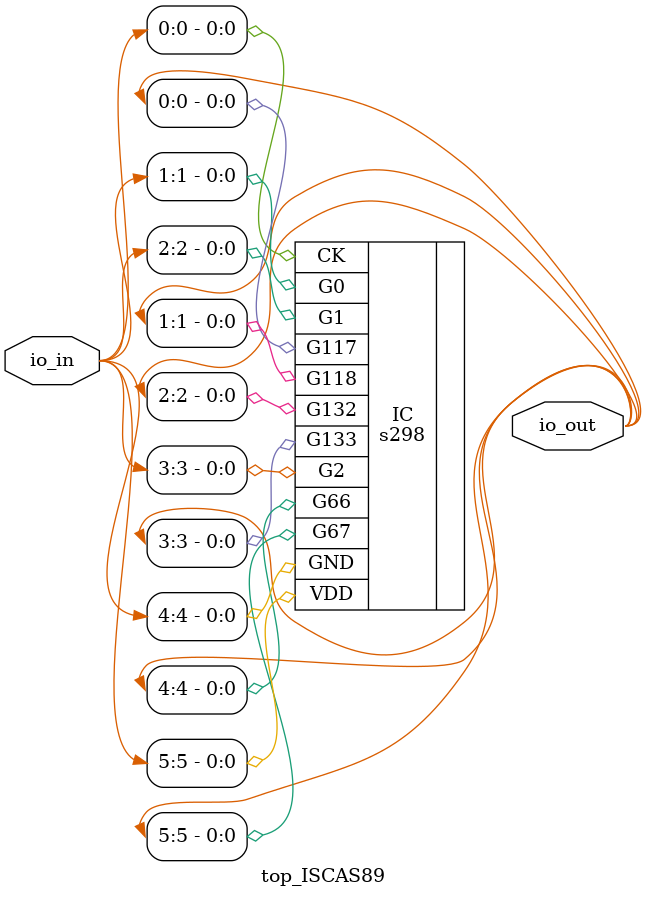
<source format=v>
module top_ISCAS89(
    input  [7:0] io_in,
    output [7:0] io_out
);


s298 IC(.G117(io_out[0]), .G118(io_out[1]), .G132(io_out[2]), .G133(io_out[3]),.G66(io_out[4]), .G67(io_out[5]), .CK(io_in[0]), .G0(io_in[1]), .G1(io_in[2]), .G2(io_in[3]), .GND(io_in[4]), .VDD(io_in[5]));


endmodule

</source>
